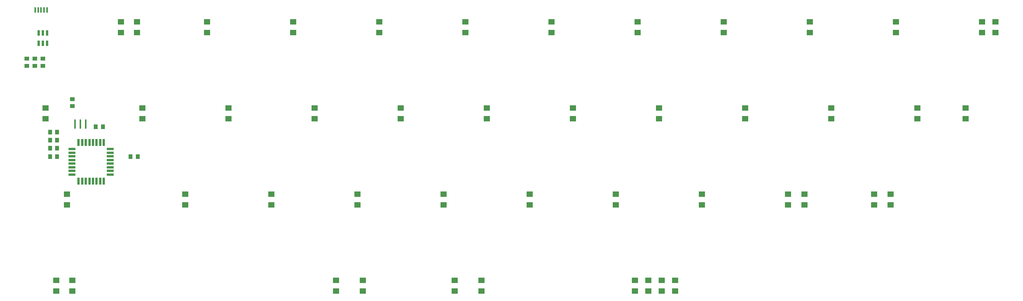
<source format=gbr>
%TF.GenerationSoftware,KiCad,Pcbnew,(5.99.0-8436-gbd786b578a)*%
%TF.CreationDate,2021-02-24T19:01:32+01:00*%
%TF.ProjectId,atom47,61746f6d-3437-42e6-9b69-6361645f7063,rev?*%
%TF.SameCoordinates,Original*%
%TF.FileFunction,Paste,Bot*%
%TF.FilePolarity,Positive*%
%FSLAX46Y46*%
G04 Gerber Fmt 4.6, Leading zero omitted, Abs format (unit mm)*
G04 Created by KiCad (PCBNEW (5.99.0-8436-gbd786b578a)) date 2021-02-24 19:01:32*
%MOMM*%
%LPD*%
G01*
G04 APERTURE LIST*
%ADD10R,1.000000X0.900000*%
%ADD11R,1.400000X1.200000*%
%ADD12R,0.900000X1.000000*%
%ADD13R,0.400000X1.250000*%
%ADD14R,0.600000X1.200000*%
%ADD15R,0.400000X2.000000*%
%ADD16R,0.550000X1.600000*%
%ADD17R,1.600000X0.550000*%
G04 APERTURE END LIST*
D10*
X19050008Y-17667195D03*
X19050008Y-19242195D03*
D11*
X152995433Y-69065674D03*
X152995433Y-66665674D03*
X150018868Y-69065674D03*
X150018868Y-66665674D03*
X110132897Y-69065674D03*
X110132897Y-66665674D03*
X158948563Y-69065674D03*
X158948563Y-66665674D03*
X83939125Y-69065674D03*
X83939125Y-66665674D03*
X155971998Y-69065674D03*
X155971998Y-66665674D03*
X116086027Y-69065674D03*
X116086027Y-66665674D03*
X164901693Y-50025032D03*
X164901693Y-47625032D03*
X25598451Y-69065674D03*
X25598451Y-66665674D03*
X22026573Y-69065674D03*
X22026573Y-66665674D03*
X145851677Y-50025032D03*
X145851677Y-47625032D03*
X203001725Y-50015658D03*
X203001725Y-47615658D03*
X206573603Y-50015658D03*
X206573603Y-47615658D03*
X187523587Y-50015658D03*
X187523587Y-47615658D03*
X183951709Y-50025032D03*
X183951709Y-47625032D03*
X126801661Y-50025032D03*
X126801661Y-47625032D03*
X88701629Y-50025032D03*
X88701629Y-47625032D03*
X69651613Y-50025032D03*
X69651613Y-47625032D03*
X74414117Y-11915626D03*
X74414117Y-9515626D03*
X223242367Y-30965642D03*
X223242367Y-28565642D03*
X193476717Y-30965642D03*
X193476717Y-28565642D03*
X36314085Y-11915626D03*
X36314085Y-9515626D03*
X174426701Y-30965642D03*
X174426701Y-28565642D03*
X207764229Y-11915626D03*
X207764229Y-9515626D03*
X155376685Y-30965642D03*
X155376685Y-28565642D03*
X136326669Y-30965642D03*
X136326669Y-28565642D03*
X150614181Y-11915626D03*
X150614181Y-9515626D03*
X93464133Y-11915626D03*
X93464133Y-9515626D03*
X60126605Y-30965642D03*
X60126605Y-28565642D03*
X41076589Y-30965642D03*
X41076589Y-28565642D03*
X131564165Y-11915626D03*
X131564165Y-9515626D03*
X98226637Y-30965642D03*
X98226637Y-28565642D03*
X229790810Y-11915626D03*
X229790810Y-9515626D03*
X79176621Y-30965642D03*
X79176621Y-28565642D03*
X169664197Y-11915626D03*
X169664197Y-9515626D03*
X55364101Y-11915626D03*
X55364101Y-9515626D03*
X89892255Y-69065674D03*
X89892255Y-66665674D03*
X188714213Y-11915626D03*
X188714213Y-9515626D03*
X212526733Y-30965642D03*
X212526733Y-28565642D03*
X117276653Y-30965642D03*
X117276653Y-28565642D03*
X19645321Y-30965642D03*
X19645321Y-28565642D03*
X112514149Y-11915626D03*
X112514149Y-9515626D03*
X226814245Y-11915626D03*
X226814245Y-9515626D03*
X107751645Y-50025032D03*
X107751645Y-47625032D03*
X24407825Y-50015658D03*
X24407825Y-47615658D03*
X50601597Y-50025032D03*
X50601597Y-47625032D03*
X39885963Y-11915626D03*
X39885963Y-9515626D03*
D12*
X22218760Y-35718772D03*
X20643760Y-35718772D03*
X30764081Y-32742207D03*
X32339081Y-32742207D03*
D10*
X17264069Y-17667195D03*
X17264069Y-19242195D03*
D12*
X38503150Y-39290650D03*
X40078150Y-39290650D03*
D10*
X25598451Y-28171890D03*
X25598451Y-26596890D03*
D12*
X22218760Y-39290650D03*
X20643760Y-39290650D03*
X22218760Y-37504711D03*
X20643760Y-37504711D03*
D13*
X17375000Y-6875000D03*
X18025000Y-6875000D03*
X18675000Y-6875000D03*
X19325000Y-6875000D03*
X19975000Y-6875000D03*
D14*
X18100008Y-11946878D03*
X19050008Y-11946878D03*
X20000008Y-11946878D03*
X20000008Y-14246878D03*
X19050008Y-14246878D03*
X18100008Y-14246878D03*
D12*
X22218760Y-33932833D03*
X20643760Y-33932833D03*
D15*
X26184390Y-32146894D03*
X28584390Y-32146894D03*
X27384390Y-32146894D03*
D16*
X26965642Y-36231276D03*
X27765642Y-36231276D03*
X28565642Y-36231276D03*
X29365642Y-36231276D03*
X30165642Y-36231276D03*
X30965642Y-36231276D03*
X31765642Y-36231276D03*
X32565642Y-36231276D03*
D17*
X34015642Y-37681276D03*
X34015642Y-38481276D03*
X34015642Y-39281276D03*
X34015642Y-40081276D03*
X34015642Y-40881276D03*
X34015642Y-41681276D03*
X34015642Y-42481276D03*
X34015642Y-43281276D03*
D16*
X32565642Y-44731276D03*
X31765642Y-44731276D03*
X30965642Y-44731276D03*
X30165642Y-44731276D03*
X29365642Y-44731276D03*
X28565642Y-44731276D03*
X27765642Y-44731276D03*
X26965642Y-44731276D03*
D17*
X25515642Y-43281276D03*
X25515642Y-42481276D03*
X25515642Y-41681276D03*
X25515642Y-40881276D03*
X25515642Y-40081276D03*
X25515642Y-39281276D03*
X25515642Y-38481276D03*
X25515642Y-37681276D03*
D10*
X15478112Y-19242172D03*
X15478112Y-17667172D03*
M02*

</source>
